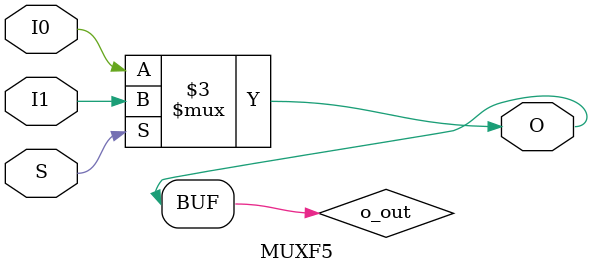
<source format=v>

/*

FUNCTION	: 2 to 1 Multiplexer for Carry Logic

*/

`timescale  100 ps / 10 ps


module MUXF5 (O, I0, I1, S);

    output O;
    reg    o_out;

    input  I0, I1, S;

    buf B1 (O, o_out);

	always @(I0 or I1 or S) begin
	    if (S)
		o_out <= I1;
	    else
		o_out <= I0;
	end

    specify
	(I0 => O) = (0, 0);
	(I1 => O) = (0, 0);
	(S  => O) = (0, 0);
    endspecify

endmodule


</source>
